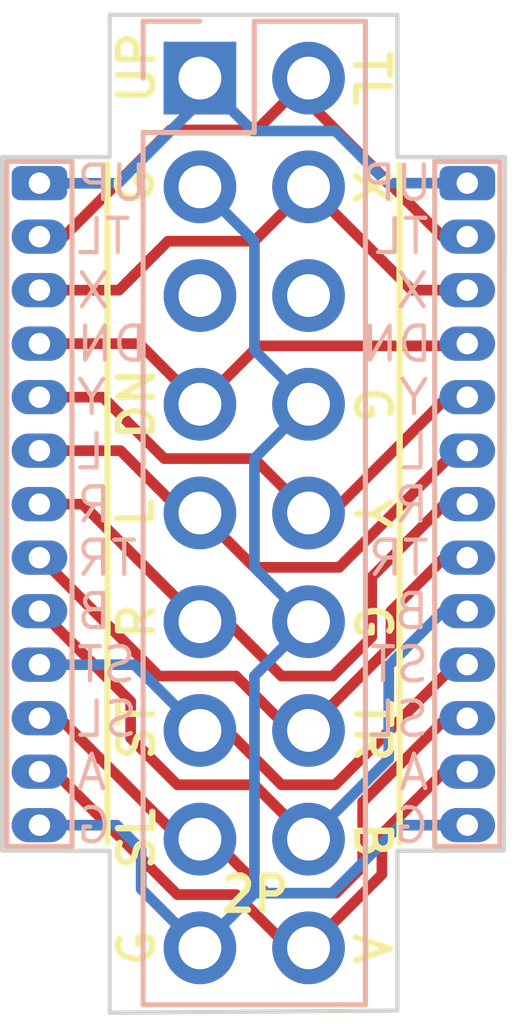
<source format=kicad_pcb>
(kicad_pcb (version 20221018) (generator pcbnew)
  (title_block (title "Raspberry Pie GPIO Input Module (2P Part)") (date "2023-04-02") (rev "2") (company "Amos Home"))
  (layers (0 "F.Cu" signal) (31 "B.Cu" signal) (34 "B.Paste" user) (35 "F.Paste" user) (36 "B.SilkS" user "B.Silkscreen") (37 "F.SilkS" user "F.Silkscreen") (38 "B.Mask" user) (39 "F.Mask" user) (44 "Edge.Cuts" user))
  (net 0 "")
  (net 1 "/2P_GND")
  (net 2 "/2P_UP")
  (net 3 "/2P_DOWN")
  (net 4 "/2P_LEFT")
  (net 5 "/2P_RIGHT")
  (net 6 "/2P_START")
  (net 7 "/2P_SELECT")
  (net 8 "/2P_A")
  (net 9 "/2P_B")
  (net 10 "/2P_X")
  (net 11 "/2P_Y")
  (net 12 "/2P_TL")
  (net 13 "/2P_TR")
  (footprint "joystick_gpio_input_library:conn_ex_1x13_P1.25mm_Vertical_Right_Labeled" (layer "B.Cu") (at 153.7039 92.6576 -90)
    (fp_text reference "J2" hide)
    (fp_text value "Conn_01x13" hide)
    (fp_text user "A" (at 13.7668 0.8382 unlocked) (layer "B.SilkS") (effects (font (size 0.8 0.8) (thickness 0.1)) (justify left mirror)))
    (fp_text user "X" (at 2.5146 0.8382 unlocked) (layer "B.SilkS") (effects (font (size 0.8 0.8) (thickness 0.1)) (justify left mirror)))
    (fp_text user "DN" (at 3.7592 0.762 unlocked) (layer "B.SilkS") (effects (font (size 0.8 0.8) (thickness 0.1)) (justify left mirror)))
    (fp_text user "ST" (at 11.2522 0.8382 unlocked) (layer "B.SilkS") (effects (font (size 0.8 0.8) (thickness 0.1)) (justify left mirror)))
    (fp_text user "G" (at 15.0114 0.8382 unlocked) (layer "B.SilkS") (effects (font (size 0.8 0.8) (thickness 0.1)) (justify left mirror)))
    (fp_text user "SL" (at 12.5222 0.8382 unlocked) (layer "B.SilkS") (effects (font (size 0.8 0.8) (thickness 0.1)) (justify left mirror)))
    (fp_text user "Y" (at 5.0038 0.8382 unlocked) (layer "B.SilkS") (effects (font (size 0.8 0.8) (thickness 0.1)) (justify left mirror)))
    (fp_text user "L" (at 6.2738 0.8382 unlocked) (layer "B.SilkS") (effects (font (size 0.8 0.8) (thickness 0.1)) (justify left mirror)))
    (fp_text user "UP" (at 0 0.762 unlocked) (layer "B.SilkS") (effects (font (size 0.8 0.8) (thickness 0.1)) (justify left mirror)))
    (fp_text user "TR" (at 8.763 0.8382 unlocked) (layer "B.SilkS") (effects (font (size 0.8 0.8) (thickness 0.1)) (justify left mirror)))
    (fp_text user "TL" (at 1.2446 0.8382 unlocked) (layer "B.SilkS") (effects (font (size 0.8 0.8) (thickness 0.1)) (justify left mirror)))
    (fp_text user "R" (at 7.5184 0.8382 unlocked) (layer "B.SilkS") (effects (font (size 0.8 0.8) (thickness 0.1)) (justify left mirror)))
    (fp_text user "B" (at 10.0076 0.8382 unlocked) (layer "B.SilkS") (effects (font (size 0.8 0.8) (thickness 0.1)) (justify left mirror)))
    (fp_line (start -0.508 -0.762) (end -0.508 0.762) (stroke (width 0.12)) (layer "B.SilkS"))
    (fp_line (start -0.508 0.762) (end 15.494 0.762) (stroke (width 0.12)) (layer "B.SilkS"))
    (fp_line (start 15.494 -0.762) (end -0.508 -0.762) (stroke (width 0.12)) (layer "B.SilkS"))
    (fp_line (start 15.494 -0.762) (end 15.494 0.762) (stroke (width 0.12)) (layer "B.SilkS"))
    (pad "1" thru_hole roundrect (at 0 0 270) (size 0.8 1.3) (drill 0.5) (layers "*.Cu" "*.Mask") (net 2 "/2P_UP"))
    (pad "2" thru_hole oval (at 1.25 0 270) (size 0.8 1.3) (drill 0.5) (layers "*.Cu" "*.Mask") (net 12 "/2P_TL"))
    (pad "3" thru_hole oval (at 2.5 0 270) (size 0.8 1.3) (drill 0.5) (layers "*.Cu" "*.Mask") (net 10 "/2P_X"))
    (pad "4" thru_hole oval (at 3.75 0 270) (size 0.8 1.3) (drill 0.5) (layers "*.Cu" "*.Mask") (net 3 "/2P_DOWN"))
    (pad "5" thru_hole oval (at 5 0 270) (size 0.8 1.3) (drill 0.5) (layers "*.Cu" "*.Mask") (net 11 "/2P_Y"))
    (pad "6" thru_hole oval (at 6.25 0 270) (size 0.8 1.3) (drill 0.5) (layers "*.Cu" "*.Mask") (net 4 "/2P_LEFT"))
    (pad "7" thru_hole oval (at 7.5 0 270) (size 0.8 1.3) (drill 0.5) (layers "*.Cu" "*.Mask") (net 5 "/2P_RIGHT"))
    (pad "8" thru_hole oval (at 8.75 0 270) (size 0.8 1.3) (drill 0.5) (layers "*.Cu" "*.Mask") (net 13 "/2P_TR"))
    (pad "9" thru_hole oval (at 10 0 270) (size 0.8 1.3) (drill 0.5) (layers "*.Cu" "*.Mask") (net 9 "/2P_B"))
    (pad "10" thru_hole oval (at 11.25 0 270) (size 0.8 1.3) (drill 0.5) (layers "*.Cu" "*.Mask") (net 6 "/2P_START"))
    (pad "11" thru_hole oval (at 12.5 0 270) (size 0.8 1.3) (drill 0.5) (layers "*.Cu" "*.Mask") (net 7 "/2P_SELECT"))
    (pad "12" thru_hole oval (at 13.75 0 270) (size 0.8 1.3) (drill 0.5) (layers "*.Cu" "*.Mask") (net 8 "/2P_A"))
    (pad "13" thru_hole oval (at 15 0 270) (size 0.8 1.3) (drill 0.5) (layers "*.Cu" "*.Mask") (net 1 "/2P_GND"))
  )
  (footprint "joystick_gpio_input_library:conn_ex_1x13_P1.25mm_Vertical_Left_Labeled" (layer "B.Cu") (at 143.6963 92.6576 -90)
    (fp_text reference "J3" hide)
    (fp_text value "Conn_01x13" hide)
    (fp_text user "G" (at 15.0114 -0.8128 unlocked) (layer "B.SilkS") (effects (font (size 0.8 0.8) (thickness 0.1)) (justify right mirror)))
    (fp_text user "R" (at 7.5184 -0.8128 unlocked) (layer "B.SilkS") (effects (font (size 0.8 0.8) (thickness 0.1)) (justify right mirror)))
    (fp_text user "TR" (at 8.763 -0.8128 unlocked) (layer "B.SilkS") (effects (font (size 0.8 0.8) (thickness 0.1)) (justify right mirror)))
    (fp_text user "Y" (at 5.0038 -0.8128 unlocked) (layer "B.SilkS") (effects (font (size 0.8 0.8) (thickness 0.1)) (justify right mirror)))
    (fp_text user "L" (at 6.2738 -0.8128 unlocked) (layer "B.SilkS") (effects (font (size 0.8 0.8) (thickness 0.1)) (justify right mirror)))
    (fp_text user "SL" (at 12.5222 -0.8128 unlocked) (layer "B.SilkS") (effects (font (size 0.8 0.8) (thickness 0.1)) (justify right mirror)))
    (fp_text user "B" (at 10.0076 -0.8128 unlocked) (layer "B.SilkS") (effects (font (size 0.8 0.8) (thickness 0.1)) (justify right mirror)))
    (fp_text user "TL" (at 1.2446 -0.8128 unlocked) (layer "B.SilkS") (effects (font (size 0.8 0.8) (thickness 0.1)) (justify right mirror)))
    (fp_text user "A" (at 13.7668 -0.8128 unlocked) (layer "B.SilkS") (effects (font (size 0.8 0.8) (thickness 0.1)) (justify right mirror)))
    (fp_text user "ST" (at 11.2522 -0.8128 unlocked) (layer "B.SilkS") (effects (font (size 0.8 0.8) (thickness 0.1)) (justify right mirror)))
    (fp_text user "DN" (at 3.7592 -0.8128 unlocked) (layer "B.SilkS") (effects (font (size 0.8 0.8) (thickness 0.1)) (justify right mirror)))
    (fp_text user "X" (at 2.5146 -0.8128 unlocked) (layer "B.SilkS") (effects (font (size 0.8 0.8) (thickness 0.1)) (justify right mirror)))
    (fp_text user "UP" (at 0 -0.8128 unlocked) (layer "B.SilkS") (effects (font (size 0.8 0.8) (thickness 0.1)) (justify right mirror)))
    (fp_line (start -0.508 -0.762) (end -0.508 0.762) (stroke (width 0.12)) (layer "B.SilkS"))
    (fp_line (start -0.508 0.762) (end 15.494 0.762) (stroke (width 0.12)) (layer "B.SilkS"))
    (fp_line (start 15.494 -0.762) (end -0.508 -0.762) (stroke (width 0.12)) (layer "B.SilkS"))
    (fp_line (start 15.494 -0.762) (end 15.494 0.762) (stroke (width 0.12)) (layer "B.SilkS"))
    (pad "1" thru_hole roundrect (at 0 0 270) (size 0.8 1.3) (drill 0.5) (layers "*.Cu" "*.Mask") (net 2 "/2P_UP"))
    (pad "2" thru_hole oval (at 1.25 0 270) (size 0.8 1.3) (drill 0.5) (layers "*.Cu" "*.Mask") (net 12 "/2P_TL"))
    (pad "3" thru_hole oval (at 2.5 0 270) (size 0.8 1.3) (drill 0.5) (layers "*.Cu" "*.Mask") (net 10 "/2P_X"))
    (pad "4" thru_hole oval (at 3.75 0 270) (size 0.8 1.3) (drill 0.5) (layers "*.Cu" "*.Mask") (net 3 "/2P_DOWN"))
    (pad "5" thru_hole oval (at 5 0 270) (size 0.8 1.3) (drill 0.5) (layers "*.Cu" "*.Mask") (net 11 "/2P_Y"))
    (pad "6" thru_hole oval (at 6.25 0 270) (size 0.8 1.3) (drill 0.5) (layers "*.Cu" "*.Mask") (net 4 "/2P_LEFT"))
    (pad "7" thru_hole oval (at 7.5 0 270) (size 0.8 1.3) (drill 0.5) (layers "*.Cu" "*.Mask") (net 5 "/2P_RIGHT"))
    (pad "8" thru_hole oval (at 8.75 0 270) (size 0.8 1.3) (drill 0.5) (layers "*.Cu" "*.Mask") (net 13 "/2P_TR"))
    (pad "9" thru_hole oval (at 10 0 270) (size 0.8 1.3) (drill 0.5) (layers "*.Cu" "*.Mask") (net 9 "/2P_B"))
    (pad "10" thru_hole oval (at 11.25 0 270) (size 0.8 1.3) (drill 0.5) (layers "*.Cu" "*.Mask") (net 6 "/2P_START"))
    (pad "11" thru_hole oval (at 12.5 0 270) (size 0.8 1.3) (drill 0.5) (layers "*.Cu" "*.Mask") (net 7 "/2P_SELECT"))
    (pad "12" thru_hole oval (at 13.75 0 270) (size 0.8 1.3) (drill 0.5) (layers "*.Cu" "*.Mask") (net 8 "/2P_A"))
    (pad "13" thru_hole oval (at 15 0 270) (size 0.8 1.3) (drill 0.5) (layers "*.Cu" "*.Mask") (net 1 "/2P_GND"))
  )
  (footprint "Connector_PinSocket_2.54mm:PinSocket_2x09_P2.54mm_Vertical" (layer "B.Cu") (at 147.4505 90.2038 180)
    (fp_text reference "J1" hide)
    (fp_text value "Conn_02x09_Odd_Even" hide)
    (fp_line (start -3.87 -21.65) (end 1.33 -21.65) (stroke (width 0.12)) (layer "B.SilkS"))
    (fp_line (start -3.87 1.33) (end -3.87 -21.65) (stroke (width 0.12)) (layer "B.SilkS"))
    (fp_line (start -3.87 1.33) (end -1.27 1.33) (stroke (width 0.12)) (layer "B.SilkS"))
    (fp_line (start -1.27 -1.27) (end 1.33 -1.27) (stroke (width 0.12)) (layer "B.SilkS"))
    (fp_line (start -1.27 1.33) (end -1.27 -1.27) (stroke (width 0.12)) (layer "B.SilkS"))
    (fp_line (start 0 1.33) (end 1.33 1.33) (stroke (width 0.12)) (layer "B.SilkS"))
    (fp_line (start 1.33 -1.27) (end 1.33 -21.65) (stroke (width 0.12)) (layer "B.SilkS"))
    (fp_line (start 1.33 1.33) (end 1.33 0) (stroke (width 0.12)) (layer "B.SilkS"))
    (pad "1" thru_hole rect (at 0 0 180) (size 1.7 1.7) (drill 1) (layers "*.Cu" "*.Mask") (net 2 "/2P_UP"))
    (pad "2" thru_hole oval (at -2.54 0 180) (size 1.7 1.7) (drill 1) (layers "*.Cu" "*.Mask") (net 12 "/2P_TL"))
    (pad "3" thru_hole oval (at 0 -2.54 180) (size 1.7 1.7) (drill 1) (layers "*.Cu" "*.Mask") (net 1 "/2P_GND"))
    (pad "4" thru_hole oval (at -2.54 -2.54 180) (size 1.7 1.7) (drill 1) (layers "*.Cu" "*.Mask") (net 10 "/2P_X"))
    (pad "5" thru_hole oval (at 0 -5.08 180) (size 1.7 1.7) (drill 1) (layers "*.Cu" "*.Mask"))
    (pad "6" thru_hole oval (at -2.54 -5.08 180) (size 1.7 1.7) (drill 1) (layers "*.Cu" "*.Mask"))
    (pad "7" thru_hole oval (at 0 -7.62 180) (size 1.7 1.7) (drill 1) (layers "*.Cu" "*.Mask") (net 3 "/2P_DOWN"))
    (pad "8" thru_hole oval (at -2.54 -7.62 180) (size 1.7 1.7) (drill 1) (layers "*.Cu" "*.Mask") (net 1 "/2P_GND"))
    (pad "9" thru_hole oval (at 0 -10.16 180) (size 1.7 1.7) (drill 1) (layers "*.Cu" "*.Mask") (net 4 "/2P_LEFT"))
    (pad "10" thru_hole oval (at -2.54 -10.16 180) (size 1.7 1.7) (drill 1) (layers "*.Cu" "*.Mask") (net 11 "/2P_Y"))
    (pad "11" thru_hole oval (at 0 -12.7 180) (size 1.7 1.7) (drill 1) (layers "*.Cu" "*.Mask") (net 5 "/2P_RIGHT"))
    (pad "12" thru_hole oval (at -2.54 -12.7 180) (size 1.7 1.7) (drill 1) (layers "*.Cu" "*.Mask") (net 1 "/2P_GND"))
    (pad "13" thru_hole oval (at 0 -15.24 180) (size 1.7 1.7) (drill 1) (layers "*.Cu" "*.Mask") (net 6 "/2P_START"))
    (pad "14" thru_hole oval (at -2.54 -15.24 180) (size 1.7 1.7) (drill 1) (layers "*.Cu" "*.Mask") (net 13 "/2P_TR"))
    (pad "15" thru_hole oval (at 0 -17.78 180) (size 1.7 1.7) (drill 1) (layers "*.Cu" "*.Mask") (net 7 "/2P_SELECT"))
    (pad "16" thru_hole oval (at -2.54 -17.78 180) (size 1.7 1.7) (drill 1) (layers "*.Cu" "*.Mask") (net 9 "/2P_B"))
    (pad "17" thru_hole oval (at 0 -20.32 180) (size 1.7 1.7) (drill 1) (layers "*.Cu" "*.Mask") (net 1 "/2P_GND"))
    (pad "18" thru_hole oval (at -2.54 -20.32 180) (size 1.7 1.7) (drill 1) (layers "*.Cu" "*.Mask") (net 8 "/2P_A"))
  )
  (gr_line (start 152.1206 92.2274) (end 152.1206 108.077) (stroke (width 0.15)) (layer "F.SilkS"))
  (gr_line (start 145.288 92.202) (end 145.288 108.0516) (stroke (width 0.15)) (layer "F.SilkS"))
  (gr_poly (pts (xy 145.3388 92.0496) (xy 145.3388 88.7222) (xy 152.0698 88.7222) (xy 152.0698 92.0496) (xy 154.5844 92.0496) (xy 154.559 108.2548) (xy 152.0698 108.2548) (xy 152.0698 111.9886) (xy 145.3388 112.0394) (xy 145.3388 108.2548) (xy 142.8242 108.2548) (xy 142.8242 92.0496)) (stroke (width 0.1)) (fill none) (layer "Edge.Cuts"))
  (gr_text "B" (at 151.4856 107.9992 270) (layer "F.SilkS") (effects (font (size 0.8 0.8))))
  (gr_text "DN" (at 145.9738 97.8154 90) (layer "F.SilkS") (effects (font (size 0.8 0.8))))
  (gr_text "L" (at 145.9484 100.3554 90) (layer "F.SilkS") (effects (font (size 0.8 0.8))))
  (gr_text "R" (at 145.9738 102.8954 90) (layer "F.SilkS") (effects (font (size 0.8 0.8))))
  (gr_text "G" (at 151.4856 97.8238 -90) (layer "F.SilkS") (effects (font (size 0.8 0.8))))
  (gr_text "X" (at 151.4602 92.7592 270) (layer "F.SilkS") (effects (font (size 0.8 0.8))))
  (gr_text "A" (at 151.4602 110.5408 270) (layer "F.SilkS") (effects (font (size 0.8 0.8))))
  (gr_text "2P" (at 148.7424 109.2708) (layer "F.SilkS") (effects (font (size 0.8 0.8))))
  (gr_text "UP" (at 145.9738 89.9614 90) (layer "F.SilkS") (effects (font (size 0.8 0.8))))
  (gr_text "G" (at 145.9738 110.5288 90) (layer "F.SilkS") (effects (font (size 0.8 0.8))))
  (gr_text "ST" (at 145.9738 105.4354 90) (layer "F.SilkS") (effects (font (size 0.8 0.8))))
  (gr_text "Y" (at 151.4856 100.3792 270) (layer "F.SilkS") (effects (font (size 0.8 0.8))))
  (gr_text "SL" (at 145.9738 107.9754 90) (layer "F.SilkS") (effects (font (size 0.8 0.8))))
  (gr_text "G" (at 151.4856 102.9038 -90) (layer "F.SilkS") (effects (font (size 0.8 0.8))))
  (gr_text "TR" (at 151.4856 105.4592 270) (layer "F.SilkS") (effects (font (size 0.8 0.8))))
  (gr_text "G" (at 145.9484 92.7438 90) (layer "F.SilkS") (effects (font (size 0.8 0.8))))
  (gr_text "TL" (at 151.4602 90.2192 270) (layer "F.SilkS") (effects (font (size 0.8 0.8))))
  (segment (start 150.5458 109.2454) (end 152.1336 107.6576) (width 0.25) (layer "B.Cu") (net 1))
  (segment (start 148.7255 96.5588) (end 149.9905 97.8238) (width 0.25) (layer "B.Cu") (net 1))
  (segment (start 152.1336 107.6576) (end 153.7039 107.6576) (width 0.25) (layer "B.Cu") (net 1))
  (segment (start 149.9905 97.8238) (end 148.7255 99.0888) (width 0.25) (layer "B.Cu") (net 1))
  (segment (start 148.7255 99.0888) (end 148.7255 101.6388) (width 0.25) (layer "B.Cu") (net 1))
  (segment (start 148.7255 101.6388) (end 149.9905 102.9038) (width 0.25) (layer "B.Cu") (net 1))
  (segment (start 148.7289 109.2454) (end 150.5458 109.2454) (width 0.25) (layer "B.Cu") (net 1))
  (segment (start 147.4505 110.5238) (end 148.7289 109.2454) (width 0.25) (layer "B.Cu") (net 1))
  (segment (start 145.5036 107.6576) (end 143.6963 107.6576) (width 0.25) (layer "B.Cu") (net 1))
  (segment (start 146.0754 108.2294) (end 145.5036 107.6576) (width 0.25) (layer "B.Cu") (net 1))
  (segment (start 148.7255 104.1688) (end 148.7255 109.2488) (width 0.25) (layer "B.Cu") (net 1))
  (segment (start 149.9905 102.9038) (end 148.7255 104.1688) (width 0.25) (layer "B.Cu") (net 1))
  (segment (start 148.7255 94.0188) (end 148.7255 96.5588) (width 0.25) (layer "B.Cu") (net 1))
  (segment (start 147.4505 92.7438) (end 148.7255 94.0188) (width 0.25) (layer "B.Cu") (net 1))
  (segment (start 146.0754 109.1487) (end 146.0754 108.2294) (width 0.25) (layer "B.Cu") (net 1))
  (segment (start 147.4505 110.5238) (end 146.0754 109.1487) (width 0.25) (layer "B.Cu") (net 1))
  (segment (start 148.7255 109.2488) (end 147.4505 110.5238) (width 0.25) (layer "B.Cu") (net 1))
  (segment (start 145.5398 92.6614) (end 147.4505 90.7507) (width 0.25) (layer "B.Cu") (net 2))
  (segment (start 147.4505 90.7507) (end 147.4505 90.2038) (width 0.25) (layer "B.Cu") (net 2))
  (segment (start 153.7039 92.6576) (end 151.8396 92.6576) (width 0.25) (layer "B.Cu") (net 2))
  (segment (start 150.6204 91.4384) (end 148.6851 91.4384) (width 0.25) (layer "B.Cu") (net 2))
  (segment (start 148.6851 91.4384) (end 147.4505 90.2038) (width 0.25) (layer "B.Cu") (net 2))
  (segment (start 151.8396 92.6576) (end 150.6204 91.4384) (width 0.25) (layer "B.Cu") (net 2))
  (segment (start 143.6963 92.6614) (end 145.5398 92.6614) (width 0.25) (layer "B.Cu") (net 2))
  (segment (start 146.0343 96.4076) (end 147.4505 97.8238) (width 0.25) (layer "F.Cu") (net 3))
  (segment (start 153.7039 96.4076) (end 153.6527 96.4588) (width 0.25) (layer "F.Cu") (net 3))
  (segment (start 143.6963 96.4076) (end 146.0343 96.4076) (width 0.25) (layer "F.Cu") (net 3))
  (segment (start 148.8155 96.4588) (end 147.4505 97.8238) (width 0.25) (layer "F.Cu") (net 3))
  (segment (start 153.6527 96.4588) (end 148.8155 96.4588) (width 0.25) (layer "F.Cu") (net 3))
  (segment (start 143.6963 98.9076) (end 145.5929 98.9076) (width 0.25) (layer "F.Cu") (net 4))
  (segment (start 150.7067 101.6338) (end 148.7205 101.6338) (width 0.25) (layer "F.Cu") (net 4))
  (segment (start 147.0491 100.3638) (end 147.4505 100.3638) (width 0.25) (layer "F.Cu") (net 4))
  (segment (start 145.5929 98.9076) (end 147.0491 100.3638) (width 0.25) (layer "F.Cu") (net 4))
  (segment (start 153.4329 98.9076) (end 150.7067 101.6338) (width 0.25) (layer "F.Cu") (net 4))
  (segment (start 153.7039 98.9076) (end 153.4329 98.9076) (width 0.25) (layer "F.Cu") (net 4))
  (segment (start 148.7205 101.6338) (end 147.4505 100.3638) (width 0.25) (layer "F.Cu") (net 4))
  (segment (start 143.6963 100.1576) (end 144.7043 100.1576) (width 0.25) (layer "F.Cu") (net 5))
  (segment (start 151.4687 103.2594) (end 150.5543 104.1738) (width 0.25) (layer "F.Cu") (net 5))
  (segment (start 144.7043 100.1576) (end 147.4505 102.9038) (width 0.25) (layer "F.Cu") (net 5))
  (segment (start 153.1735 100.1576) (end 151.4687 101.8624) (width 0.25) (layer "F.Cu") (net 5))
  (segment (start 149.356896 104.1738) (end 148.086896 102.9038) (width 0.25) (layer "F.Cu") (net 5))
  (segment (start 150.5543 104.1738) (end 149.356896 104.1738) (width 0.25) (layer "F.Cu") (net 5))
  (segment (start 148.086896 102.9038) (end 147.4505 102.9038) (width 0.25) (layer "F.Cu") (net 5))
  (segment (start 151.4687 101.8624) (end 151.4687 103.2594) (width 0.25) (layer "F.Cu") (net 5))
  (segment (start 153.7039 100.1576) (end 153.1735 100.1576) (width 0.25) (layer "F.Cu") (net 5))
  (segment (start 148.086896 105.4438) (end 147.4505 105.4438) (width 0.25) (layer "F.Cu") (net 6))
  (segment (start 150.6136 106.7138) (end 149.356896 106.7138) (width 0.25) (layer "F.Cu") (net 6))
  (segment (start 153.7039 103.9076) (end 153.4198 103.9076) (width 0.25) (layer "F.Cu") (net 6))
  (segment (start 149.356896 106.7138) (end 148.086896 105.4438) (width 0.25) (layer "F.Cu") (net 6))
  (segment (start 153.4198 103.9076) (end 150.6136 106.7138) (width 0.25) (layer "F.Cu") (net 6))
  (segment (start 145.9143 103.9076) (end 147.4505 105.4438) (width 0.25) (layer "B.Cu") (net 6))
  (segment (start 143.6963 103.9076) (end 145.9143 103.9076) (width 0.25) (layer "B.Cu") (net 6))
  (segment (start 153.2112 105.1576) (end 151.257 107.1118) (width 0.25) (layer "F.Cu") (net 7))
  (segment (start 146.9983 107.9838) (end 147.4505 107.9838) (width 0.25) (layer "F.Cu") (net 7))
  (segment (start 143.6963 105.1576) (end 144.1721 105.1576) (width 0.25) (layer "F.Cu") (net 7))
  (segment (start 147.7349 107.9838) (end 147.4505 107.9838) (width 0.25) (layer "F.Cu") (net 7))
  (segment (start 148.9965 109.2454) (end 147.7349 107.9838) (width 0.25) (layer "F.Cu") (net 7))
  (segment (start 151.257 108.620904) (end 150.632504 109.2454) (width 0.25) (layer "F.Cu") (net 7))
  (segment (start 151.257 107.1118) (end 151.257 108.620904) (width 0.25) (layer "F.Cu") (net 7))
  (segment (start 153.7039 105.1576) (end 153.2112 105.1576) (width 0.25) (layer "F.Cu") (net 7))
  (segment (start 150.632504 109.2454) (end 148.9965 109.2454) (width 0.25) (layer "F.Cu") (net 7))
  (segment (start 144.1721 105.1576) (end 146.9983 107.9838) (width 0.25) (layer "F.Cu") (net 7))
  (segment (start 143.6963 106.4076) (end 144.0504 106.4076) (width 0.25) (layer "F.Cu") (net 8))
  (segment (start 144.0504 106.4076) (end 146.922 109.2792) (width 0.25) (layer "F.Cu") (net 8))
  (segment (start 153.7039 106.4076) (end 153.16345 106.4076) (width 0.25) (layer "F.Cu") (net 8))
  (segment (start 149.5383 110.5238) (end 149.9905 110.5238) (width 0.25) (layer "F.Cu") (net 8))
  (segment (start 148.2937 109.2792) (end 149.5383 110.5238) (width 0.25) (layer "F.Cu") (net 8))
  (segment (start 153.16345 106.4076) (end 151.707 107.86405) (width 0.25) (layer "F.Cu") (net 8))
  (segment (start 151.707 108.8073) (end 149.9905 110.5238) (width 0.25) (layer "F.Cu") (net 8))
  (segment (start 151.707 107.86405) (end 151.707 108.8073) (width 0.25) (layer "F.Cu") (net 8))
  (segment (start 146.922 109.2792) (end 148.2937 109.2792) (width 0.25) (layer "F.Cu") (net 8))
  (segment (start 145.8299 105.6216) (end 146.9221 106.7138) (width 0.25) (layer "F.Cu") (net 9))
  (segment (start 146.9221 106.7138) (end 148.7205 106.7138) (width 0.25) (layer "F.Cu") (net 9))
  (segment (start 145.8299 104.765895) (end 145.8299 105.6216) (width 0.25) (layer "F.Cu") (net 9))
  (segment (start 143.721605 102.6576) (end 145.8299 104.765895) (width 0.25) (layer "F.Cu") (net 9))
  (segment (start 148.7205 106.7138) (end 149.9905 107.9838) (width 0.25) (layer "F.Cu") (net 9))
  (segment (start 143.6963 102.6576) (end 143.721605 102.6576) (width 0.25) (layer "F.Cu") (net 9))
  (segment (start 151.8666 103.9283) (end 151.8666 106.1077) (width 0.25) (layer "B.Cu") (net 9))
  (segment (start 151.8666 106.1077) (end 149.9905 107.9838) (width 0.25) (layer "B.Cu") (net 9))
  (segment (start 153.7039 102.6576) (end 153.1373 102.6576) (width 0.25) (layer "B.Cu") (net 9))
  (segment (start 153.1373 102.6576) (end 151.8666 103.9283) (width 0.25) (layer "B.Cu") (net 9))
  (segment (start 148.7205 94.0138) (end 149.9905 92.7438) (width 0.25) (layer "F.Cu") (net 10))
  (segment (start 152.4043 95.1576) (end 149.9905 92.7438) (width 0.25) (layer "F.Cu") (net 10))
  (segment (start 146.702 94.0138) (end 148.7205 94.0138) (width 0.25) (layer "F.Cu") (net 10))
  (segment (start 153.7039 95.1576) (end 152.4043 95.1576) (width 0.25) (layer "F.Cu") (net 10))
  (segment (start 145.5582 95.1576) (end 146.702 94.0138) (width 0.25) (layer "F.Cu") (net 10))
  (segment (start 143.6963 95.1576) (end 145.5582 95.1576) (width 0.25) (layer "F.Cu") (net 10))
  (segment (start 150.5289 100.3638) (end 149.9905 100.3638) (width 0.25) (layer "F.Cu") (net 11))
  (segment (start 153.2351 97.6576) (end 150.5289 100.3638) (width 0.25) (layer "F.Cu") (net 11))
  (segment (start 145.1811 97.6576) (end 146.6173 99.0938) (width 0.25) (layer "F.Cu") (net 11))
  (segment (start 148.7205 99.0938) (end 149.9905 100.3638) (width 0.25) (layer "F.Cu") (net 11))
  (segment (start 153.7039 97.6576) (end 153.2351 97.6576) (width 0.25) (layer "F.Cu") (net 11))
  (segment (start 143.6963 97.6576) (end 145.1811 97.6576) (width 0.25) (layer "F.Cu") (net 11))
  (segment (start 146.6173 99.0938) (end 148.7205 99.0938) (width 0.25) (layer "F.Cu") (net 11))
  (segment (start 143.6963 93.9114) (end 144.2644 93.9114) (width 0.25) (layer "F.Cu") (net 12))
  (segment (start 153.1251 93.9076) (end 149.9905 90.773) (width 0.25) (layer "F.Cu") (net 12))
  (segment (start 148.7797 91.4146) (end 149.9905 90.2038) (width 0.25) (layer "F.Cu") (net 12))
  (segment (start 149.9905 90.773) (end 149.9905 90.2038) (width 0.25) (layer "F.Cu") (net 12))
  (segment (start 144.2644 93.9114) (end 146.7612 91.4146) (width 0.25) (layer "F.Cu") (net 12))
  (segment (start 153.7039 93.9076) (end 153.1251 93.9076) (width 0.25) (layer "F.Cu") (net 12))
  (segment (start 146.7612 91.4146) (end 148.7797 91.4146) (width 0.25) (layer "F.Cu") (net 12))
  (segment (start 143.6963 101.4076) (end 143.721605 101.4076) (width 0.25) (layer "F.Cu") (net 13))
  (segment (start 146.487805 104.1738) (end 148.2937 104.1738) (width 0.25) (layer "F.Cu") (net 13))
  (segment (start 153.1681 101.4076) (end 151.9187 102.657) (width 0.25) (layer "F.Cu") (net 13))
  (segment (start 143.721605 101.4076) (end 146.487805 104.1738) (width 0.25) (layer "F.Cu") (net 13))
  (segment (start 153.7039 101.4076) (end 153.1681 101.4076) (width 0.25) (layer "F.Cu") (net 13))
  (segment (start 148.2937 104.1738) (end 149.5637 105.4438) (width 0.25) (layer "F.Cu") (net 13))
  (segment (start 149.5637 105.4438) (end 149.9905 105.4438) (width 0.25) (layer "F.Cu") (net 13))
  (segment (start 149.9905 105.398) (end 149.9905 105.4438) (width 0.25) (layer "F.Cu") (net 13))
  (segment (start 151.9187 102.657) (end 151.9187 103.4698) (width 0.25) (layer "F.Cu") (net 13))
  (segment (start 151.9187 103.4698) (end 149.9905 105.398) (width 0.25) (layer "F.Cu") (net 13))
)
</source>
